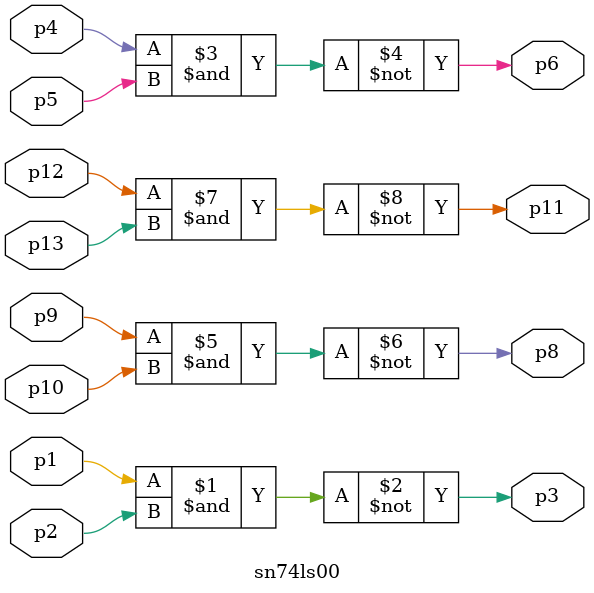
<source format=v>
module sn74ls00
  (
   output p3,
   output p6,
   output p8,
   output p11,

   input  p1,
   input  p2,

   input  p4,
   input  p5,

   input  p9,
   input  p10,

   input  p12,
   input  p13
   );

    // NAND
    assign #1 p3  = ~(p1 & p2);
    assign #1 p6  = ~(p4 & p5);
    assign #1 p8  = ~(p9 & p10);
    assign #1 p11 = ~(p12 & p13);

endmodule // sn74ls00

</source>
